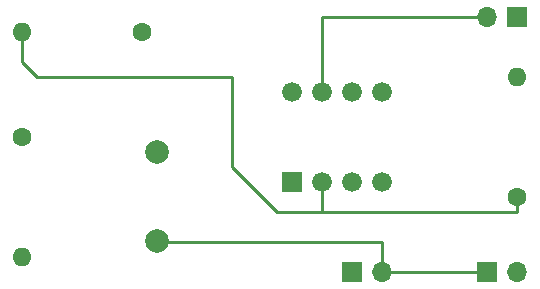
<source format=gbr>
G04 #@! TF.FileFunction,Copper,L1,Top,Signal*
%FSLAX46Y46*%
G04 Gerber Fmt 4.6, Leading zero omitted, Abs format (unit mm)*
G04 Created by KiCad (PCBNEW 4.0.7) date 11/13/17 00:53:45*
%MOMM*%
%LPD*%
G01*
G04 APERTURE LIST*
%ADD10C,0.100000*%
%ADD11C,2.000000*%
%ADD12R,1.700000X1.700000*%
%ADD13O,1.700000X1.700000*%
%ADD14C,1.600000*%
%ADD15O,1.600000X1.600000*%
%ADD16R,1.676400X1.676400*%
%ADD17C,1.676400*%
%ADD18C,0.600000*%
%ADD19C,0.250000*%
G04 APERTURE END LIST*
D10*
D11*
X132080000Y-104140000D03*
X132080000Y-111640000D03*
D12*
X148590000Y-114300000D03*
D13*
X151130000Y-114300000D03*
D12*
X160020000Y-114300000D03*
D13*
X162560000Y-114300000D03*
D12*
X162560000Y-92710000D03*
D13*
X160020000Y-92710000D03*
D14*
X162560000Y-107950000D03*
D15*
X162560000Y-97790000D03*
D14*
X130810000Y-93980000D03*
D15*
X120650000Y-93980000D03*
D14*
X120650000Y-102870000D03*
D15*
X120650000Y-113030000D03*
D16*
X143510000Y-106680000D03*
D17*
X146050000Y-106680000D03*
X148590000Y-106680000D03*
X151130000Y-106680000D03*
X151130000Y-99060000D03*
X148590000Y-99060000D03*
X146050000Y-99060000D03*
X143510000Y-99060000D03*
D18*
X132080000Y-111640000D03*
X160020000Y-114300000D03*
X160020000Y-92710000D03*
D19*
X146050000Y-109220000D02*
X142240000Y-109220000D01*
X120650000Y-96520000D02*
X120650000Y-93980000D01*
X121920000Y-97790000D02*
X120650000Y-96520000D01*
X138430000Y-97790000D02*
X121920000Y-97790000D01*
X138430000Y-105410000D02*
X138430000Y-97790000D01*
X142240000Y-109220000D02*
X138430000Y-105410000D01*
X162560000Y-107950000D02*
X162560000Y-109220000D01*
X146050000Y-109220000D02*
X146050000Y-106680000D01*
X162560000Y-109220000D02*
X146050000Y-109220000D01*
X132080000Y-111640000D02*
X132200000Y-111760000D01*
X132200000Y-111760000D02*
X151130000Y-111760000D01*
X151130000Y-111760000D02*
X151130000Y-114300000D01*
X151130000Y-114300000D02*
X160020000Y-114300000D01*
X160020000Y-92710000D02*
X146050000Y-92710000D01*
X146050000Y-92710000D02*
X146050000Y-99060000D01*
M02*

</source>
